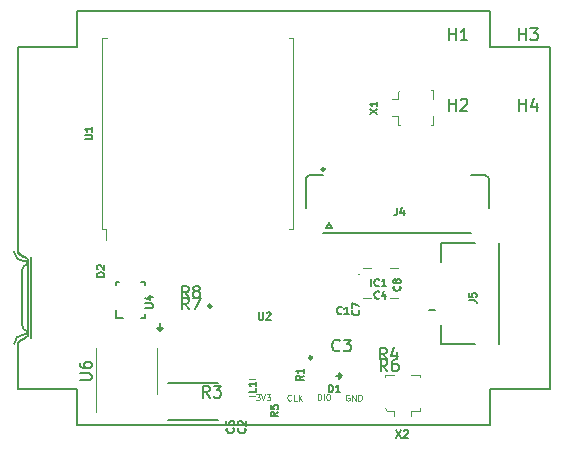
<source format=gto>
G04 #@! TF.GenerationSoftware,KiCad,Pcbnew,(5.1.4)-1*
G04 #@! TF.CreationDate,2019-10-25T18:25:26-07:00*
G04 #@! TF.ProjectId,mainboard,6d61696e-626f-4617-9264-2e6b69636164,rev?*
G04 #@! TF.SameCoordinates,Original*
G04 #@! TF.FileFunction,Legend,Top*
G04 #@! TF.FilePolarity,Positive*
%FSLAX46Y46*%
G04 Gerber Fmt 4.6, Leading zero omitted, Abs format (unit mm)*
G04 Created by KiCad (PCBNEW (5.1.4)-1) date 2019-10-25 18:25:26*
%MOMM*%
%LPD*%
G04 APERTURE LIST*
%ADD10C,0.150000*%
%ADD11C,0.088900*%
%ADD12C,0.203200*%
%ADD13C,0.254000*%
%ADD14C,0.120000*%
%ADD15C,0.100000*%
%ADD16C,0.200000*%
%ADD17C,0.250000*%
%ADD18C,0.127000*%
%ADD19C,0.152400*%
G04 APERTURE END LIST*
D10*
X116700300Y-106041600D02*
X116700300Y-109041600D01*
X116700300Y-74041600D02*
X116700300Y-77041600D01*
X121710300Y-106041600D02*
X116700300Y-106041600D01*
X121710300Y-77041600D02*
X116700300Y-77041600D01*
X81725100Y-77041600D02*
X81725100Y-74041600D01*
X76715100Y-106041600D02*
X76721300Y-102057200D01*
X81725100Y-106041600D02*
X76715100Y-106041600D01*
X81725100Y-77041600D02*
X76715100Y-77041600D01*
X77532900Y-95021400D02*
X76708000Y-94513400D01*
D11*
X104743552Y-106527600D02*
X104695171Y-106503409D01*
X104622600Y-106503409D01*
X104550028Y-106527600D01*
X104501647Y-106575980D01*
X104477457Y-106624361D01*
X104453266Y-106721123D01*
X104453266Y-106793695D01*
X104477457Y-106890457D01*
X104501647Y-106938838D01*
X104550028Y-106987219D01*
X104622600Y-107011409D01*
X104670980Y-107011409D01*
X104743552Y-106987219D01*
X104767742Y-106963028D01*
X104767742Y-106793695D01*
X104670980Y-106793695D01*
X104985457Y-107011409D02*
X104985457Y-106503409D01*
X105275742Y-107011409D01*
X105275742Y-106503409D01*
X105517647Y-107011409D02*
X105517647Y-106503409D01*
X105638600Y-106503409D01*
X105711171Y-106527600D01*
X105759552Y-106575980D01*
X105783742Y-106624361D01*
X105807933Y-106721123D01*
X105807933Y-106793695D01*
X105783742Y-106890457D01*
X105759552Y-106938838D01*
X105711171Y-106987219D01*
X105638600Y-107011409D01*
X105517647Y-107011409D01*
D12*
X88681560Y-100457000D02*
X88681560Y-100901500D01*
D10*
X88935560Y-100901500D02*
X88681560Y-101104700D01*
X88681560Y-101104700D02*
X88427560Y-100901500D01*
X88427560Y-100901500D02*
X88630760Y-100901500D01*
X88681560Y-100901500D02*
X88935560Y-100901500D01*
X103987600Y-104907080D02*
X103936800Y-104907080D01*
X103886000Y-105161080D02*
X103886000Y-104957880D01*
X104089200Y-104907080D02*
X103886000Y-105161080D01*
X103886000Y-104653080D02*
X104089200Y-104907080D01*
X103886000Y-104907080D02*
X103886000Y-104653080D01*
X103632000Y-104907080D02*
X103886000Y-104907080D01*
D11*
X96830847Y-106478009D02*
X97145323Y-106478009D01*
X96975990Y-106671533D01*
X97048561Y-106671533D01*
X97096942Y-106695723D01*
X97121133Y-106719914D01*
X97145323Y-106768295D01*
X97145323Y-106889247D01*
X97121133Y-106937628D01*
X97096942Y-106961819D01*
X97048561Y-106986009D01*
X96903419Y-106986009D01*
X96855038Y-106961819D01*
X96830847Y-106937628D01*
X97290466Y-106478009D02*
X97459800Y-106986009D01*
X97629133Y-106478009D01*
X97750085Y-106478009D02*
X98064561Y-106478009D01*
X97895228Y-106671533D01*
X97967800Y-106671533D01*
X98016180Y-106695723D01*
X98040371Y-106719914D01*
X98064561Y-106768295D01*
X98064561Y-106889247D01*
X98040371Y-106937628D01*
X98016180Y-106961819D01*
X97967800Y-106986009D01*
X97822657Y-106986009D01*
X97774276Y-106961819D01*
X97750085Y-106937628D01*
X99824419Y-106963028D02*
X99800228Y-106987219D01*
X99727657Y-107011409D01*
X99679276Y-107011409D01*
X99606704Y-106987219D01*
X99558323Y-106938838D01*
X99534133Y-106890457D01*
X99509942Y-106793695D01*
X99509942Y-106721123D01*
X99534133Y-106624361D01*
X99558323Y-106575980D01*
X99606704Y-106527600D01*
X99679276Y-106503409D01*
X99727657Y-106503409D01*
X99800228Y-106527600D01*
X99824419Y-106551790D01*
X100284038Y-107011409D02*
X100042133Y-107011409D01*
X100042133Y-106503409D01*
X100453371Y-107011409D02*
X100453371Y-106503409D01*
X100743657Y-107011409D02*
X100525942Y-106721123D01*
X100743657Y-106503409D02*
X100453371Y-106793695D01*
X102070504Y-106960609D02*
X102070504Y-106452609D01*
X102191457Y-106452609D01*
X102264028Y-106476800D01*
X102312409Y-106525180D01*
X102336600Y-106573561D01*
X102360790Y-106670323D01*
X102360790Y-106742895D01*
X102336600Y-106839657D01*
X102312409Y-106888038D01*
X102264028Y-106936419D01*
X102191457Y-106960609D01*
X102070504Y-106960609D01*
X102578504Y-106960609D02*
X102578504Y-106452609D01*
X102917171Y-106452609D02*
X103013933Y-106452609D01*
X103062314Y-106476800D01*
X103110695Y-106525180D01*
X103134885Y-106621942D01*
X103134885Y-106791276D01*
X103110695Y-106888038D01*
X103062314Y-106936419D01*
X103013933Y-106960609D01*
X102917171Y-106960609D01*
X102868790Y-106936419D01*
X102820409Y-106888038D01*
X102796219Y-106791276D01*
X102796219Y-106621942D01*
X102820409Y-106525180D01*
X102868790Y-106476800D01*
X102917171Y-106452609D01*
D10*
X92980081Y-99029520D02*
G75*
G03X92980081Y-99029520I-61801J0D01*
G01*
X93092525Y-99029520D02*
G75*
G03X93092525Y-99029520I-174245J0D01*
G01*
X111506000Y-99314000D02*
X112014000Y-99314000D01*
X121710300Y-106041600D02*
X121710300Y-77041600D01*
X77546200Y-101549200D02*
X76721300Y-102057200D01*
X81725100Y-106041600D02*
X81725100Y-109041600D01*
X77532900Y-95021400D02*
X77546200Y-101549200D01*
X81725100Y-109041600D02*
X116700300Y-109041600D01*
X116700300Y-74041600D02*
X81725100Y-74041600D01*
X76715100Y-77041600D02*
X76708000Y-94513400D01*
D13*
X101586800Y-103372800D02*
G75*
G03X101586800Y-103372800I-125000J0D01*
G01*
D14*
X83800000Y-92479400D02*
X83800000Y-76279400D01*
X83800000Y-76279400D02*
X84200000Y-76279400D01*
X99600000Y-92479400D02*
X100000000Y-92479400D01*
X100000000Y-92479400D02*
X100000000Y-76279400D01*
X100000000Y-76279400D02*
X99600000Y-76279400D01*
X83800000Y-92479400D02*
X84150000Y-92479400D01*
X84150000Y-92479400D02*
X84150000Y-93379400D01*
D15*
X105565800Y-96303400D02*
G75*
G02X105465800Y-96303400I-50000J0D01*
G01*
X105465800Y-96303400D02*
G75*
G02X105565800Y-96303400I50000J0D01*
G01*
X105465800Y-96303400D02*
X105465800Y-96303400D01*
X105565800Y-96303400D02*
X105565800Y-96303400D01*
X106565800Y-95803400D02*
X105865800Y-95803400D01*
X108865800Y-95803400D02*
X108165800Y-95803400D01*
X108165800Y-98303400D02*
X108865800Y-98303400D01*
X106565800Y-98303400D02*
X105865800Y-98303400D01*
D14*
X83317400Y-104521000D02*
X83317400Y-107971000D01*
X83317400Y-104521000D02*
X83317400Y-102571000D01*
X88437400Y-104521000D02*
X88437400Y-106471000D01*
X88437400Y-104521000D02*
X88437400Y-102571000D01*
X107732700Y-104849800D02*
X108532700Y-104849800D01*
X107732700Y-105049800D02*
X107732700Y-104849800D01*
X110732700Y-104849800D02*
X110732700Y-105049800D01*
X109932700Y-104849800D02*
X110732700Y-104849800D01*
X110732700Y-107849800D02*
X109932700Y-107849800D01*
X110732700Y-107649800D02*
X110732700Y-107849800D01*
X107932700Y-107849800D02*
X107732700Y-107649800D01*
X108532700Y-107849800D02*
X107932700Y-107849800D01*
X108532700Y-107849800D02*
X108532700Y-108349800D01*
X109932700Y-107849800D02*
X109932700Y-108349800D01*
X111837600Y-80694400D02*
X111837600Y-81494400D01*
X111637600Y-80694400D02*
X111837600Y-80694400D01*
X111837600Y-83694400D02*
X111637600Y-83694400D01*
X111837600Y-82894400D02*
X111837600Y-83694400D01*
X108837600Y-83694400D02*
X108837600Y-82894400D01*
X109037600Y-83694400D02*
X108837600Y-83694400D01*
X108837600Y-80894400D02*
X109037600Y-80694400D01*
X108837600Y-81494400D02*
X108837600Y-80894400D01*
X108837600Y-81494400D02*
X108337600Y-81494400D01*
X108837600Y-82894400D02*
X108337600Y-82894400D01*
D16*
X112547400Y-93692400D02*
X112547400Y-95242400D01*
X112547400Y-102192400D02*
X112547400Y-100642400D01*
X112547400Y-93692400D02*
X115397400Y-93692400D01*
X112547400Y-102192400D02*
X115397400Y-102192400D01*
X117427400Y-102192400D02*
X117427400Y-93692400D01*
D17*
X102650000Y-87434800D02*
G75*
G03X102650000Y-87434800I-111800J0D01*
G01*
D10*
X103288200Y-92434800D02*
X102788200Y-92434800D01*
X103038200Y-91934800D02*
X103288200Y-92434800D01*
X102788200Y-92434800D02*
X103038200Y-91934800D01*
X102538200Y-92784800D02*
X115038200Y-92784800D01*
X116238200Y-87884800D02*
X115038200Y-87884800D01*
X116538200Y-88184800D02*
X116238200Y-87884800D01*
X116538200Y-90684800D02*
X116538200Y-88184800D01*
X101338200Y-87884800D02*
X102538200Y-87884800D01*
X101038200Y-88184800D02*
X101338200Y-87884800D01*
X101038200Y-90684800D02*
X101038200Y-88184800D01*
D14*
X96803978Y-105208000D02*
X96286822Y-105208000D01*
X96803978Y-106628000D02*
X96286822Y-106628000D01*
D18*
X77173400Y-94810700D02*
X77123400Y-94810700D01*
X77823400Y-94881700D02*
X77823400Y-101739700D01*
X77173400Y-94810700D02*
G75*
G02X76673400Y-94310700I0J500000D01*
G01*
X76373400Y-94410700D02*
G75*
G03X77173400Y-95210700I800000J0D01*
G01*
X77173400Y-95210700D02*
X77473400Y-95210700D01*
X77473400Y-95210700D02*
X77473400Y-95510700D01*
X77473400Y-95510700D02*
G75*
G03X77073400Y-95910700I0J-400000D01*
G01*
X77173400Y-101810700D02*
X77123400Y-101810700D01*
X77173400Y-101810700D02*
G75*
G03X76673400Y-102310700I0J-500000D01*
G01*
X76373400Y-102210700D02*
G75*
G02X77173400Y-101410700I800000J0D01*
G01*
X77173400Y-101410700D02*
X77473400Y-101410700D01*
X77473400Y-101410700D02*
X77473400Y-101110700D01*
X77473400Y-101110700D02*
G75*
G02X77073400Y-100710700I0J400000D01*
G01*
X77073400Y-95910700D02*
X77073400Y-100610700D01*
D19*
X87407199Y-99975401D02*
X87407199Y-99650400D01*
X87407199Y-99975401D02*
X87082198Y-99975401D01*
X87407199Y-96925399D02*
X87082198Y-96925399D01*
X87407199Y-97250400D02*
X87407199Y-96925399D01*
X85282202Y-96925399D02*
X84957201Y-96925399D01*
X84957201Y-97250400D02*
X84957201Y-96925399D01*
X85582201Y-99975401D02*
X84957201Y-99975401D01*
X84957201Y-99975401D02*
X84957201Y-99350401D01*
D12*
X93628900Y-108611800D02*
X89428900Y-108611800D01*
X89428900Y-105561000D02*
X93628900Y-105561000D01*
D18*
X97102990Y-99525061D02*
X97102990Y-100039109D01*
X97133228Y-100099585D01*
X97163466Y-100129823D01*
X97223942Y-100160061D01*
X97344895Y-100160061D01*
X97405371Y-100129823D01*
X97435609Y-100099585D01*
X97465847Y-100039109D01*
X97465847Y-99525061D01*
X97737990Y-99585538D02*
X97768228Y-99555300D01*
X97828704Y-99525061D01*
X97979895Y-99525061D01*
X98040371Y-99555300D01*
X98070609Y-99585538D01*
X98100847Y-99646014D01*
X98100847Y-99706490D01*
X98070609Y-99797204D01*
X97707752Y-100160061D01*
X98100847Y-100160061D01*
D10*
X113182495Y-76500380D02*
X113182495Y-75500380D01*
X113182495Y-75976571D02*
X113753923Y-75976571D01*
X113753923Y-76500380D02*
X113753923Y-75500380D01*
X114753923Y-76500380D02*
X114182495Y-76500380D01*
X114468209Y-76500380D02*
X114468209Y-75500380D01*
X114372971Y-75643238D01*
X114277733Y-75738476D01*
X114182495Y-75786095D01*
D18*
X82352261Y-84863209D02*
X82866309Y-84863209D01*
X82926785Y-84832971D01*
X82957023Y-84802733D01*
X82987261Y-84742257D01*
X82987261Y-84621304D01*
X82957023Y-84560828D01*
X82926785Y-84530590D01*
X82866309Y-84500352D01*
X82352261Y-84500352D01*
X82987261Y-83865352D02*
X82987261Y-84228209D01*
X82987261Y-84046780D02*
X82352261Y-84046780D01*
X82442976Y-84107257D01*
X82503452Y-84167733D01*
X82533690Y-84228209D01*
D10*
X119132495Y-82450380D02*
X119132495Y-81450380D01*
X119132495Y-81926571D02*
X119703923Y-81926571D01*
X119703923Y-82450380D02*
X119703923Y-81450380D01*
X120608685Y-81783714D02*
X120608685Y-82450380D01*
X120370590Y-81402761D02*
X120132495Y-82117047D01*
X120751542Y-82117047D01*
X119132495Y-76500380D02*
X119132495Y-75500380D01*
X119132495Y-75976571D02*
X119703923Y-75976571D01*
X119703923Y-76500380D02*
X119703923Y-75500380D01*
X120084876Y-75500380D02*
X120703923Y-75500380D01*
X120370590Y-75881333D01*
X120513447Y-75881333D01*
X120608685Y-75928952D01*
X120656304Y-75976571D01*
X120703923Y-76071809D01*
X120703923Y-76309904D01*
X120656304Y-76405142D01*
X120608685Y-76452761D01*
X120513447Y-76500380D01*
X120227733Y-76500380D01*
X120132495Y-76452761D01*
X120084876Y-76405142D01*
X113182495Y-82450380D02*
X113182495Y-81450380D01*
X113182495Y-81926571D02*
X113753923Y-81926571D01*
X113753923Y-82450380D02*
X113753923Y-81450380D01*
X114182495Y-81545619D02*
X114230114Y-81498000D01*
X114325352Y-81450380D01*
X114563447Y-81450380D01*
X114658685Y-81498000D01*
X114706304Y-81545619D01*
X114753923Y-81640857D01*
X114753923Y-81736095D01*
X114706304Y-81878952D01*
X114134876Y-82450380D01*
X114753923Y-82450380D01*
D18*
X106595919Y-97340661D02*
X106595919Y-96705661D01*
X107261157Y-97280185D02*
X107230919Y-97310423D01*
X107140204Y-97340661D01*
X107079728Y-97340661D01*
X106989014Y-97310423D01*
X106928538Y-97249947D01*
X106898300Y-97189471D01*
X106868061Y-97068519D01*
X106868061Y-96977804D01*
X106898300Y-96856852D01*
X106928538Y-96796376D01*
X106989014Y-96735900D01*
X107079728Y-96705661D01*
X107140204Y-96705661D01*
X107230919Y-96735900D01*
X107261157Y-96766138D01*
X107865919Y-97340661D02*
X107503061Y-97340661D01*
X107684490Y-97340661D02*
X107684490Y-96705661D01*
X107624014Y-96796376D01*
X107563538Y-96856852D01*
X107503061Y-96887090D01*
D10*
X81929780Y-105282904D02*
X82739304Y-105282904D01*
X82834542Y-105235285D01*
X82882161Y-105187666D01*
X82929780Y-105092428D01*
X82929780Y-104901952D01*
X82882161Y-104806714D01*
X82834542Y-104759095D01*
X82739304Y-104711476D01*
X81929780Y-104711476D01*
X81929780Y-103806714D02*
X81929780Y-103997190D01*
X81977400Y-104092428D01*
X82025019Y-104140047D01*
X82167876Y-104235285D01*
X82358352Y-104282904D01*
X82739304Y-104282904D01*
X82834542Y-104235285D01*
X82882161Y-104187666D01*
X82929780Y-104092428D01*
X82929780Y-103901952D01*
X82882161Y-103806714D01*
X82834542Y-103759095D01*
X82739304Y-103711476D01*
X82501209Y-103711476D01*
X82405971Y-103759095D01*
X82358352Y-103806714D01*
X82310733Y-103901952D01*
X82310733Y-104092428D01*
X82358352Y-104187666D01*
X82405971Y-104235285D01*
X82501209Y-104282904D01*
X92924333Y-106752980D02*
X92591000Y-106276790D01*
X92352904Y-106752980D02*
X92352904Y-105752980D01*
X92733857Y-105752980D01*
X92829095Y-105800600D01*
X92876714Y-105848219D01*
X92924333Y-105943457D01*
X92924333Y-106086314D01*
X92876714Y-106181552D01*
X92829095Y-106229171D01*
X92733857Y-106276790D01*
X92352904Y-106276790D01*
X93257666Y-105752980D02*
X93876714Y-105752980D01*
X93543380Y-106133933D01*
X93686238Y-106133933D01*
X93781476Y-106181552D01*
X93829095Y-106229171D01*
X93876714Y-106324409D01*
X93876714Y-106562504D01*
X93829095Y-106657742D01*
X93781476Y-106705361D01*
X93686238Y-106752980D01*
X93400523Y-106752980D01*
X93305285Y-106705361D01*
X93257666Y-106657742D01*
X103922533Y-102746142D02*
X103874914Y-102793761D01*
X103732057Y-102841380D01*
X103636819Y-102841380D01*
X103493961Y-102793761D01*
X103398723Y-102698523D01*
X103351104Y-102603285D01*
X103303485Y-102412809D01*
X103303485Y-102269952D01*
X103351104Y-102079476D01*
X103398723Y-101984238D01*
X103493961Y-101889000D01*
X103636819Y-101841380D01*
X103732057Y-101841380D01*
X103874914Y-101889000D01*
X103922533Y-101936619D01*
X104255866Y-101841380D02*
X104874914Y-101841380D01*
X104541580Y-102222333D01*
X104684438Y-102222333D01*
X104779676Y-102269952D01*
X104827295Y-102317571D01*
X104874914Y-102412809D01*
X104874914Y-102650904D01*
X104827295Y-102746142D01*
X104779676Y-102793761D01*
X104684438Y-102841380D01*
X104398723Y-102841380D01*
X104303485Y-102793761D01*
X104255866Y-102746142D01*
X107910333Y-103527180D02*
X107577000Y-103050990D01*
X107338904Y-103527180D02*
X107338904Y-102527180D01*
X107719857Y-102527180D01*
X107815095Y-102574800D01*
X107862714Y-102622419D01*
X107910333Y-102717657D01*
X107910333Y-102860514D01*
X107862714Y-102955752D01*
X107815095Y-103003371D01*
X107719857Y-103050990D01*
X107338904Y-103050990D01*
X108767476Y-102860514D02*
X108767476Y-103527180D01*
X108529380Y-102479561D02*
X108291285Y-103193847D01*
X108910333Y-103193847D01*
D18*
X109038785Y-97324333D02*
X109069023Y-97354571D01*
X109099261Y-97445285D01*
X109099261Y-97505761D01*
X109069023Y-97596476D01*
X109008547Y-97656952D01*
X108948071Y-97687190D01*
X108827119Y-97717428D01*
X108736404Y-97717428D01*
X108615452Y-97687190D01*
X108554976Y-97656952D01*
X108494500Y-97596476D01*
X108464261Y-97505761D01*
X108464261Y-97445285D01*
X108494500Y-97354571D01*
X108524738Y-97324333D01*
X108736404Y-96961476D02*
X108706166Y-97021952D01*
X108675928Y-97052190D01*
X108615452Y-97082428D01*
X108585214Y-97082428D01*
X108524738Y-97052190D01*
X108494500Y-97021952D01*
X108464261Y-96961476D01*
X108464261Y-96840523D01*
X108494500Y-96780047D01*
X108524738Y-96749809D01*
X108585214Y-96719571D01*
X108615452Y-96719571D01*
X108675928Y-96749809D01*
X108706166Y-96780047D01*
X108736404Y-96840523D01*
X108736404Y-96961476D01*
X108766642Y-97021952D01*
X108796880Y-97052190D01*
X108857357Y-97082428D01*
X108978309Y-97082428D01*
X109038785Y-97052190D01*
X109069023Y-97021952D01*
X109099261Y-96961476D01*
X109099261Y-96840523D01*
X109069023Y-96780047D01*
X109038785Y-96749809D01*
X108978309Y-96719571D01*
X108857357Y-96719571D01*
X108796880Y-96749809D01*
X108766642Y-96780047D01*
X108736404Y-96840523D01*
X107259966Y-98319985D02*
X107229728Y-98350223D01*
X107139014Y-98380461D01*
X107078538Y-98380461D01*
X106987823Y-98350223D01*
X106927347Y-98289747D01*
X106897109Y-98229271D01*
X106866871Y-98108319D01*
X106866871Y-98017604D01*
X106897109Y-97896652D01*
X106927347Y-97836176D01*
X106987823Y-97775700D01*
X107078538Y-97745461D01*
X107139014Y-97745461D01*
X107229728Y-97775700D01*
X107259966Y-97805938D01*
X107804252Y-97957128D02*
X107804252Y-98380461D01*
X107653061Y-97715223D02*
X107501871Y-98168795D01*
X107894966Y-98168795D01*
X108718652Y-109502061D02*
X109141985Y-110137061D01*
X109141985Y-109502061D02*
X108718652Y-110137061D01*
X109353652Y-109562538D02*
X109383890Y-109532300D01*
X109444366Y-109502061D01*
X109595557Y-109502061D01*
X109656033Y-109532300D01*
X109686271Y-109562538D01*
X109716509Y-109623014D01*
X109716509Y-109683490D01*
X109686271Y-109774204D01*
X109323414Y-110137061D01*
X109716509Y-110137061D01*
X106489861Y-82708447D02*
X107124861Y-82285114D01*
X106489861Y-82285114D02*
X107124861Y-82708447D01*
X107124861Y-81710590D02*
X107124861Y-82073447D01*
X107124861Y-81892019D02*
X106489861Y-81892019D01*
X106580576Y-81952495D01*
X106641052Y-82012971D01*
X106671290Y-82073447D01*
X114883701Y-98525926D02*
X115337273Y-98525926D01*
X115427987Y-98556164D01*
X115488463Y-98616640D01*
X115518701Y-98707355D01*
X115518701Y-98767831D01*
X114883701Y-97921164D02*
X114883701Y-98223545D01*
X115186082Y-98253783D01*
X115155844Y-98223545D01*
X115125606Y-98163069D01*
X115125606Y-98011879D01*
X115155844Y-97951402D01*
X115186082Y-97921164D01*
X115246559Y-97890926D01*
X115397749Y-97890926D01*
X115458225Y-97921164D01*
X115488463Y-97951402D01*
X115518701Y-98011879D01*
X115518701Y-98163069D01*
X115488463Y-98223545D01*
X115458225Y-98253783D01*
X108776533Y-90662061D02*
X108776533Y-91115633D01*
X108746295Y-91206347D01*
X108685819Y-91266823D01*
X108595104Y-91297061D01*
X108534628Y-91297061D01*
X109351057Y-90873728D02*
X109351057Y-91297061D01*
X109199866Y-90631823D02*
X109048676Y-91085395D01*
X109441771Y-91085395D01*
X103018529Y-106281461D02*
X103018529Y-105646461D01*
X103169720Y-105646461D01*
X103260434Y-105676700D01*
X103320910Y-105737176D01*
X103351148Y-105797652D01*
X103381386Y-105918604D01*
X103381386Y-106009319D01*
X103351148Y-106130271D01*
X103320910Y-106190747D01*
X103260434Y-106251223D01*
X103169720Y-106281461D01*
X103018529Y-106281461D01*
X103986148Y-106281461D02*
X103623291Y-106281461D01*
X103804720Y-106281461D02*
X103804720Y-105646461D01*
X103744243Y-105737176D01*
X103683767Y-105797652D01*
X103623291Y-105827890D01*
X84018361Y-96506090D02*
X83383361Y-96506090D01*
X83383361Y-96354900D01*
X83413600Y-96264185D01*
X83474076Y-96203709D01*
X83534552Y-96173471D01*
X83655504Y-96143233D01*
X83746219Y-96143233D01*
X83867171Y-96173471D01*
X83927647Y-96203709D01*
X83988123Y-96264185D01*
X84018361Y-96354900D01*
X84018361Y-96506090D01*
X83443838Y-95901328D02*
X83413600Y-95871090D01*
X83383361Y-95810614D01*
X83383361Y-95659423D01*
X83413600Y-95598947D01*
X83443838Y-95568709D01*
X83504314Y-95538471D01*
X83564790Y-95538471D01*
X83655504Y-95568709D01*
X84018361Y-95931566D01*
X84018361Y-95538471D01*
X96858061Y-105973033D02*
X96858061Y-106275414D01*
X96223061Y-106275414D01*
X96858061Y-105428747D02*
X96858061Y-105791604D01*
X96858061Y-105610176D02*
X96223061Y-105610176D01*
X96313776Y-105670652D01*
X96374252Y-105731128D01*
X96404490Y-105791604D01*
X94919585Y-109351233D02*
X94949823Y-109381471D01*
X94980061Y-109472185D01*
X94980061Y-109532661D01*
X94949823Y-109623376D01*
X94889347Y-109683852D01*
X94828871Y-109714090D01*
X94707919Y-109744328D01*
X94617204Y-109744328D01*
X94496252Y-109714090D01*
X94435776Y-109683852D01*
X94375300Y-109623376D01*
X94345061Y-109532661D01*
X94345061Y-109472185D01*
X94375300Y-109381471D01*
X94405538Y-109351233D01*
X94345061Y-108776709D02*
X94345061Y-109079090D01*
X94647442Y-109109328D01*
X94617204Y-109079090D01*
X94586966Y-109018614D01*
X94586966Y-108867423D01*
X94617204Y-108806947D01*
X94647442Y-108776709D01*
X94707919Y-108746471D01*
X94859109Y-108746471D01*
X94919585Y-108776709D01*
X94949823Y-108806947D01*
X94980061Y-108867423D01*
X94980061Y-109018614D01*
X94949823Y-109079090D01*
X94919585Y-109109328D01*
X95905105Y-109351233D02*
X95935343Y-109381471D01*
X95965581Y-109472185D01*
X95965581Y-109532661D01*
X95935343Y-109623376D01*
X95874867Y-109683852D01*
X95814391Y-109714090D01*
X95693439Y-109744328D01*
X95602724Y-109744328D01*
X95481772Y-109714090D01*
X95421296Y-109683852D01*
X95360820Y-109623376D01*
X95330581Y-109532661D01*
X95330581Y-109472185D01*
X95360820Y-109381471D01*
X95391058Y-109351233D01*
X95391058Y-109109328D02*
X95360820Y-109079090D01*
X95330581Y-109018614D01*
X95330581Y-108867423D01*
X95360820Y-108806947D01*
X95391058Y-108776709D01*
X95451534Y-108746471D01*
X95512010Y-108746471D01*
X95602724Y-108776709D01*
X95965581Y-109139566D01*
X95965581Y-108746471D01*
X105535185Y-99369033D02*
X105565423Y-99399271D01*
X105595661Y-99489985D01*
X105595661Y-99550461D01*
X105565423Y-99641176D01*
X105504947Y-99701652D01*
X105444471Y-99731890D01*
X105323519Y-99762128D01*
X105232804Y-99762128D01*
X105111852Y-99731890D01*
X105051376Y-99701652D01*
X104990900Y-99641176D01*
X104960661Y-99550461D01*
X104960661Y-99489985D01*
X104990900Y-99399271D01*
X105021138Y-99369033D01*
X104960661Y-99157366D02*
X104960661Y-98734033D01*
X105595661Y-99006176D01*
X104087506Y-99632225D02*
X104057268Y-99662463D01*
X103966554Y-99692701D01*
X103906078Y-99692701D01*
X103815363Y-99662463D01*
X103754887Y-99601987D01*
X103724649Y-99541511D01*
X103694411Y-99420559D01*
X103694411Y-99329844D01*
X103724649Y-99208892D01*
X103754887Y-99148416D01*
X103815363Y-99087940D01*
X103906078Y-99057701D01*
X103966554Y-99057701D01*
X104057268Y-99087940D01*
X104087506Y-99118178D01*
X104692268Y-99692701D02*
X104329411Y-99692701D01*
X104510840Y-99692701D02*
X104510840Y-99057701D01*
X104450363Y-99148416D01*
X104389887Y-99208892D01*
X104329411Y-99239130D01*
X87485461Y-99137409D02*
X87999509Y-99137409D01*
X88059985Y-99107171D01*
X88090223Y-99076933D01*
X88120461Y-99016457D01*
X88120461Y-98895504D01*
X88090223Y-98835028D01*
X88059985Y-98804790D01*
X87999509Y-98774552D01*
X87485461Y-98774552D01*
X87697128Y-98200028D02*
X88120461Y-98200028D01*
X87455223Y-98351219D02*
X87908795Y-98502409D01*
X87908795Y-98109314D01*
X98712261Y-107979633D02*
X98409880Y-108191300D01*
X98712261Y-108342490D02*
X98077261Y-108342490D01*
X98077261Y-108100585D01*
X98107500Y-108040109D01*
X98137738Y-108009871D01*
X98198214Y-107979633D01*
X98288928Y-107979633D01*
X98349404Y-108009871D01*
X98379642Y-108040109D01*
X98409880Y-108100585D01*
X98409880Y-108342490D01*
X98077261Y-107405109D02*
X98077261Y-107707490D01*
X98379642Y-107737728D01*
X98349404Y-107707490D01*
X98319166Y-107647014D01*
X98319166Y-107495823D01*
X98349404Y-107435347D01*
X98379642Y-107405109D01*
X98440119Y-107374871D01*
X98591309Y-107374871D01*
X98651785Y-107405109D01*
X98682023Y-107435347D01*
X98712261Y-107495823D01*
X98712261Y-107647014D01*
X98682023Y-107707490D01*
X98651785Y-107737728D01*
X100871261Y-104906233D02*
X100568880Y-105117900D01*
X100871261Y-105269090D02*
X100236261Y-105269090D01*
X100236261Y-105027185D01*
X100266500Y-104966709D01*
X100296738Y-104936471D01*
X100357214Y-104906233D01*
X100447928Y-104906233D01*
X100508404Y-104936471D01*
X100538642Y-104966709D01*
X100568880Y-105027185D01*
X100568880Y-105269090D01*
X100871261Y-104301471D02*
X100871261Y-104664328D01*
X100871261Y-104482900D02*
X100236261Y-104482900D01*
X100326976Y-104543376D01*
X100387452Y-104603852D01*
X100417690Y-104664328D01*
D10*
X107961133Y-104517780D02*
X107627800Y-104041590D01*
X107389704Y-104517780D02*
X107389704Y-103517780D01*
X107770657Y-103517780D01*
X107865895Y-103565400D01*
X107913514Y-103613019D01*
X107961133Y-103708257D01*
X107961133Y-103851114D01*
X107913514Y-103946352D01*
X107865895Y-103993971D01*
X107770657Y-104041590D01*
X107389704Y-104041590D01*
X108818276Y-103517780D02*
X108627800Y-103517780D01*
X108532561Y-103565400D01*
X108484942Y-103613019D01*
X108389704Y-103755876D01*
X108342085Y-103946352D01*
X108342085Y-104327304D01*
X108389704Y-104422542D01*
X108437323Y-104470161D01*
X108532561Y-104517780D01*
X108723038Y-104517780D01*
X108818276Y-104470161D01*
X108865895Y-104422542D01*
X108913514Y-104327304D01*
X108913514Y-104089209D01*
X108865895Y-103993971D01*
X108818276Y-103946352D01*
X108723038Y-103898733D01*
X108532561Y-103898733D01*
X108437323Y-103946352D01*
X108389704Y-103993971D01*
X108342085Y-104089209D01*
X91148733Y-99285380D02*
X90815400Y-98809190D01*
X90577304Y-99285380D02*
X90577304Y-98285380D01*
X90958257Y-98285380D01*
X91053495Y-98333000D01*
X91101114Y-98380619D01*
X91148733Y-98475857D01*
X91148733Y-98618714D01*
X91101114Y-98713952D01*
X91053495Y-98761571D01*
X90958257Y-98809190D01*
X90577304Y-98809190D01*
X91482066Y-98285380D02*
X92148733Y-98285380D01*
X91720161Y-99285380D01*
X91146333Y-98320180D02*
X90813000Y-97843990D01*
X90574904Y-98320180D02*
X90574904Y-97320180D01*
X90955857Y-97320180D01*
X91051095Y-97367800D01*
X91098714Y-97415419D01*
X91146333Y-97510657D01*
X91146333Y-97653514D01*
X91098714Y-97748752D01*
X91051095Y-97796371D01*
X90955857Y-97843990D01*
X90574904Y-97843990D01*
X91717761Y-97748752D02*
X91622523Y-97701133D01*
X91574904Y-97653514D01*
X91527285Y-97558276D01*
X91527285Y-97510657D01*
X91574904Y-97415419D01*
X91622523Y-97367800D01*
X91717761Y-97320180D01*
X91908238Y-97320180D01*
X92003476Y-97367800D01*
X92051095Y-97415419D01*
X92098714Y-97510657D01*
X92098714Y-97558276D01*
X92051095Y-97653514D01*
X92003476Y-97701133D01*
X91908238Y-97748752D01*
X91717761Y-97748752D01*
X91622523Y-97796371D01*
X91574904Y-97843990D01*
X91527285Y-97939228D01*
X91527285Y-98129704D01*
X91574904Y-98224942D01*
X91622523Y-98272561D01*
X91717761Y-98320180D01*
X91908238Y-98320180D01*
X92003476Y-98272561D01*
X92051095Y-98224942D01*
X92098714Y-98129704D01*
X92098714Y-97939228D01*
X92051095Y-97843990D01*
X92003476Y-97796371D01*
X91908238Y-97748752D01*
M02*

</source>
